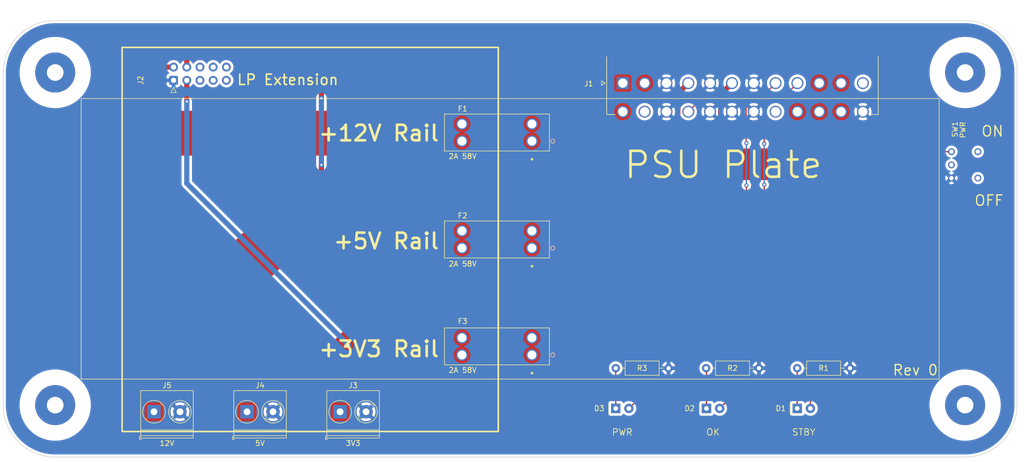
<source format=kicad_pcb>
(kicad_pcb (version 20211014) (generator pcbnew)
  (title_block (title "PSU Plate") (date "2022-12-23") (rev "0") (company "Microcode.io"))
  (layers (0 "F.Cu" signal) (31 "B.Cu" power) (34 "B.Paste" user) (35 "F.Paste" user) (36 "B.SilkS" user "B.Silkscreen") (37 "F.SilkS" user "F.Silkscreen") (38 "B.Mask" user) (39 "F.Mask" user) (44 "Edge.Cuts" user))
  (net 0 "")
  (net 1 "Net-(D1-Pad1)")
  (net 2 "Net-(D2-Pad1)")
  (net 3 "Net-(D3-Pad1)")
  (net 4 "+12V")
  (net 5 "+5V")
  (net 6 "+3.3V")
  (net 7 "GND")
  (net 16 "/5VSB")
  (net 17 "/PWR_OK")
  (net 18 "/5V")
  (net 19 "/12V")
  (net 20 "/3V3")
  (net 21 "/~{PS_ON}")
  (footprint "Connector_IDC:IDC-Header_2x05_P2.54mm_Horizontal" (layer "F.Cu") (at 85.09 67.2925 90)
    (fp_text reference "J2" (at 0 -6.35 90) (layer "F.SilkS"))
    (fp_text value "LP_EXT")
    (fp_line (start -2.35 0.5) (end -1.35 0) (layer "F.SilkS") (width 0.12))
    (fp_line (start -2.35 -0.5) (end -2.35 0.5) (layer "F.SilkS") (width 0.12))
    (fp_line (start -1.35 0) (end -2.35 -0.5) (layer "F.SilkS") (width 0.12))
    (pad "1" thru_hole roundrect locked (at 0 0 90) (size 1.7 1.7) (drill 1) (layers *.Cu *.Mask) (roundrect_rratio 0.1470588235) (net 7 "GND"))
    (pad "2" thru_hole circle locked (at 2.54 0 90) (size 1.7 1.7) (drill 1) (layers *.Cu *.Mask) (net 4 "+12V"))
    (pad "3" thru_hole circle locked (at 0 2.54 90) (size 1.7 1.7) (drill 1) (layers *.Cu *.Mask) (net 6 "+3.3V"))
    (pad "4" thru_hole circle locked (at 2.54 2.54 90) (size 1.7 1.7) (drill 1) (layers *.Cu *.Mask) (net 5 "+5V"))
    (pad "5" thru_hole circle locked (at 0 5.08 90) (size 1.7 1.7) (drill 1) (layers *.Cu *.Mask))
    (pad "6" thru_hole circle locked (at 2.54 5.08 90) (size 1.7 1.7) (drill 1) (layers *.Cu *.Mask))
    (pad "7" thru_hole circle locked (at 0 7.62 90) (size 1.7 1.7) (drill 1) (layers *.Cu *.Mask))
    (pad "8" thru_hole circle locked (at 2.54 7.62 90) (size 1.7 1.7) (drill 1) (layers *.Cu *.Mask))
    (pad "9" thru_hole circle locked (at 0 10.16 90) (size 1.7 1.7) (drill 1) (layers *.Cu *.Mask))
    (pad "10" thru_hole circle locked (at 2.54 10.16 90) (size 1.7 1.7) (drill 1) (layers *.Cu *.Mask))
  )
  (footprint "TerminalBlock_Phoenix:TerminalBlock_Phoenix_PT-1,5-2-5.0-H_1x02_P5.00mm_Horizontal" (layer "F.Cu") (at 81.32 131.072)
    (fp_text reference "J5" (at 2.5 -5.06) (layer "F.SilkS"))
    (fp_text value "12V" (at 2.5 6.06) (layer "F.SilkS"))
    (fp_line (start 1.654 -1.388) (end 1.547 -1.281) (layer "F.SilkS") (width 0.12))
    (fp_line (start -2.8 4.66) (end -2.8 5.3) (layer "F.SilkS") (width 0.12))
    (fp_line (start 3.993 1.274) (end 3.613 1.654) (layer "F.SilkS") (width 0.12))
    (fp_line (start -2.56 4.6) (end 7.56 4.6) (layer "F.SilkS") (width 0.12))
    (fp_line (start -1.548 1.281) (end -1.654 1.388) (layer "F.SilkS") (width 0.12))
    (fp_line (start -2.56 5.06) (end 7.56 5.06) (layer "F.SilkS") (width 0.12))
    (fp_line (start -2.56 -4.06) (end 7.56 -4.06) (layer "F.SilkS") (width 0.12))
    (fp_line (start -2.56 3.5) (end 7.56 3.5) (layer "F.SilkS") (width 0.12))
    (fp_line (start 6.388 -1.654) (end 6.008 -1.274) (layer "F.SilkS") (width 0.12))
    (fp_line (start 1.388 -1.654) (end 1.281 -1.547) (layer "F.SilkS") (width 0.12))
    (fp_line (start -2.56 -4.06) (end -2.56 5.06) (layer "F.SilkS") (width 0.12))
    (fp_line (start 6.654 -1.388) (end 6.259 -0.992) (layer "F.SilkS") (width 0.12))
    (fp_line (start -2.8 5.3) (end -2.4 5.3) (layer "F.SilkS") (width 0.12))
    (fp_line (start 3.742 0.992) (end 3.347 1.388) (layer "F.SilkS") (width 0.12))
    (fp_line (start 7.56 -4.06) (end 7.56 5.06) (layer "F.SilkS") (width 0.12))
    (fp_line (start -1.282 1.547) (end -1.388 1.654) (layer "F.SilkS") (width 0.12))
    (fp_circle (center 5 0) (end 7.18 0) (layer "F.SilkS") (width 0.12) (fill none))
    (fp_circle (center 0 0) (end 2.18 0) (layer "F.SilkS") (width 0.12) (fill none))
    (pad "1" thru_hole rect (at 0 0) (size 2.6 2.6) (drill 1.3) (layers *.Cu *.Mask) (net 4 "+12V"))
    (pad "2" thru_hole circle (at 5 0) (size 2.6 2.6) (drill 1.3) (layers *.Cu *.Mask) (net 7 "GND"))
  )
  (footprint "Resistor_THT:R_Axial_DIN0207_L6.3mm_D2.5mm_P10.16mm_Horizontal" (layer "F.Cu") (at 205.105 122.682)
    (fp_text reference "R1" (at 5.08 0) (layer "F.SilkS"))
    (fp_text value "90")
    (fp_line (start 1.04 0) (end 1.81 0) (layer "F.SilkS") (width 0.12))
    (fp_line (start 9.12 0) (end 8.35 0) (layer "F.SilkS") (width 0.12))
    (fp_line (start 8.35 1.37) (end 8.35 -1.37) (layer "F.SilkS") (width 0.12))
    (fp_line (start 1.81 -1.37) (end 1.81 1.37) (layer "F.SilkS") (width 0.12))
    (fp_line (start 8.35 -1.37) (end 1.81 -1.37) (layer "F.SilkS") (width 0.12))
    (fp_line (start 1.81 1.37) (end 8.35 1.37) (layer "F.SilkS") (width 0.12))
    (pad "1" thru_hole circle (at 0 0) (size 1.6 1.6) (drill 0.8) (layers *.Cu *.Mask) (net 1 "Net-(D1-Pad1)"))
    (pad "2" thru_hole oval (at 10.16 0) (size 1.6 1.6) (drill 0.8) (layers *.Cu *.Mask) (net 7 "GND"))
  )
  (footprint "LED_THT:LED_D5.0mm_FlatTop" (layer "F.Cu") (at 170.175 130.429)
    (fp_text reference "D3" (at -3.17 0) (layer "F.SilkS"))
    (fp_text value "PWR" (at 1.27 4.572) (layer "F.SilkS") (effects (font (size 1.25 1.25))))
    (fp_line (start -1.27 -1.27) (end -1.27 1.27) (layer "F.SilkS") (width 0.12))
    (pad "1" thru_hole rect (at 0 0) (size 1.8 1.8) (drill 0.9) (layers *.Cu *.Mask) (net 3 "Net-(D3-Pad1)"))
    (pad "2" thru_hole circle (at 2.54 0) (size 1.8 1.8) (drill 0.9) (layers *.Cu *.Mask) (net 18 "/5V"))
  )
  (footprint "LED_THT:LED_D5.0mm_FlatTop" (layer "F.Cu") (at 205.1 130.429)
    (fp_text reference "D1" (at -3.17 0) (layer "F.SilkS"))
    (fp_text value "STBY" (at 1.27 4.572) (layer "F.SilkS") (effects (font (size 1.25 1.25))))
    (fp_line (start -1.27 -1.27) (end -1.27 1.27) (layer "F.SilkS") (width 0.12))
    (pad "1" thru_hole rect (at 0 0) (size 1.8 1.8) (drill 0.9) (layers *.Cu *.Mask) (net 1 "Net-(D1-Pad1)"))
    (pad "2" thru_hole circle (at 2.54 0) (size 1.8 1.8) (drill 0.9) (layers *.Cu *.Mask) (net 16 "/5VSB"))
  )
  (footprint "ExtraParts:AS11CH" (layer "F.Cu") (at 234.7849 86.106 90)
    (fp_text reference "SW1" (at 9.398 0.6731 90) (layer "F.SilkS"))
    (fp_text value "PWR" (at 9.271 2.1971 90) (layer "F.SilkS"))
    (pad "1" thru_hole circle (at 0 0 90) (size 1.3208 1.3208) (drill 0.8128) (layers *.Cu *.Mask) (net 7 "GND"))
    (pad "2" thru_hole circle (at 2.54 0 90) (size 1.3208 1.3208) (drill 0.8128) (layers *.Cu *.Mask))
    (pad "3" thru_hole circle (at 5.08 0 90) (size 1.3208 1.3208) (drill 0.8128) (layers *.Cu *.Mask) (net 21 "/~{PS_ON}"))
    (pad "4" thru_hole circle (at 0 5.08 90) (size 1.3208 1.3208) (drill 0.8128) (layers *.Cu *.Mask))
    (pad "5" thru_hole circle (at 5.08 5.08 90) (size 1.3208 1.3208) (drill 0.8128) (layers *.Cu *.Mask))
  )
  (footprint "Resistor_THT:R_Axial_DIN0207_L6.3mm_D2.5mm_P10.16mm_Horizontal" (layer "F.Cu") (at 187.579 122.682)
    (fp_text reference "R2" (at 5.08 0) (layer "F.SilkS"))
    (fp_text value "90")
    (fp_line (start 8.35 1.37) (end 8.35 -1.37) (layer "F.SilkS") (width 0.12))
    (fp_line (start 1.04 0) (end 1.81 0) (layer "F.SilkS") (width 0.12))
    (fp_line (start 9.12 0) (end 8.35 0) (layer "F.SilkS") (width 0.12))
    (fp_line (start 8.35 -1.37) (end 1.81 -1.37) (layer "F.SilkS") (width 0.12))
    (fp_line (start 1.81 1.37) (end 8.35 1.37) (layer "F.SilkS") (width 0.12))
    (fp_line (start 1.81 -1.37) (end 1.81 1.37) (layer "F.SilkS") (width 0.12))
    (pad "1" thru_hole circle (at 0 0) (size 1.6 1.6) (drill 0.8) (layers *.Cu *.Mask) (net 2 "Net-(D2-Pad1)"))
    (pad "2" thru_hole oval (at 10.16 0) (size 1.6 1.6) (drill 0.8) (layers *.Cu *.Mask) (net 7 "GND"))
  )
  (footprint "Resistor_THT:R_Axial_DIN0207_L6.3mm_D2.5mm_P10.16mm_Horizontal" (layer "F.Cu") (at 170.18 122.682)
    (fp_text reference "R3" (at 5.08 0) (layer "F.SilkS"))
    (fp_text value "220")
    (fp_line (start 8.35 -1.37) (end 1.81 -1.37) (layer "F.SilkS") (width 0.12))
    (fp_line (start 1.04 0) (end 1.81 0) (layer "F.SilkS") (width 0.12))
    (fp_line (start 9.12 0) (end 8.35 0) (layer "F.SilkS") (width 0.12))
    (fp_line (start 1.81 1.37) (end 8.35 1.37) (layer "F.SilkS") (width 0.12))
    (fp_line (start 1.81 -1.37) (end 1.81 1.37) (layer "F.SilkS") (width 0.12))
    (fp_line (start 8.35 1.37) (end 8.35 -1.37) (layer "F.SilkS") (width 0.12))
    (pad "1" thru_hole circle (at 0 0) (size 1.6 1.6) (drill 0.8) (layers *.Cu *.Mask) (net 3 "Net-(D3-Pad1)"))
    (pad "2" thru_hole oval (at 10.16 0) (size 1.6 1.6) (drill 0.8) (layers *.Cu *.Mask) (net 7 "GND"))
  )
  (footprint "ExtraParts:3557-2" (layer "F.Cu") (at 154.051 120.142 180)
    (fp_text reference "F3" (at 13.335 6.477) (layer "F.SilkS"))
    (fp_text value "2A 58V" (at 13.335 -2.921) (layer "F.SilkS"))
    (fp_text user "*" (at 0 -3.81) (layer "F.SilkS"))
    (fp_circle (center -4.0005 0) (end -3.6195 0) (layer "B.SilkS") (width 0.12) (fill none))
    (fp_line (start 16.8275 -1.905) (end -3.3655 -1.905) (layer "F.SilkS") (width 0.12))
    (fp_line (start 16.8275 5.207) (end 16.8275 -1.905) (layer "F.SilkS") (width 0.12))
    (fp_line (start -3.3655 5.207) (end 16.8275 5.207) (layer "F.SilkS") (width 0.12))
    (fp_line (start -3.3655 -1.905) (end -3.3655 5.207) (layer "F.SilkS") (width 0.12))
    (fp_circle (center -4.0005 0) (end -3.6195 0) (layer "F.SilkS") (width 0.12) (fill none))
    (pad "1" thru_hole circle (at 0 0 180) (size 2.2352 2.2352) (drill 1.7272) (layers *.Cu *.Mask) (net 20 "/3V3"))
    (pad "2" thru_hole circle (at 0 3.302 180) (size 2.2352 2.2352) (drill 1.7272) (layers *.Cu *.Mask) (net 20 "/3V3"))
    (pad "3" thru_hole circle (at 13.462 0 180) (size 2.2352 2.2352) (drill 1.7272) (layers *.Cu *.Mask) (net 6 "+3.3V"))
    (pad "4" thru_hole circle (at 13.462 3.302 180) (size 2.2352 2.2352) (drill 1.7272) (layers *.Cu *.Mask) (net 6 "+3.3V"))
  )
  (footprint "ExtraParts:MOLEX_469911024" (layer "F.Cu") (at 171.539 67.83 180)
    (fp_text reference "J1" (at 6.566 -0.115) (layer "F.SilkS"))
    (fp_text value "ATX-24")
    (fp_line (start -49.15 -6.04) (end -47.6762 -6.04) (layer "F.SilkS") (width 0.127))
    (fp_line (start 3.1 -6.04) (end 1.4762 -6.04) (layer "F.SilkS") (width 0.127))
    (fp_line (start 3.397 0) (end 4.097 0.4) (layer "F.SilkS") (width 0.127))
    (fp_line (start 4.097 -0.4) (end 3.397 0) (layer "F.SilkS") (width 0.127))
    (fp_line (start -49.15 5.08) (end -49.15 -6.04) (layer "F.SilkS") (width 0.127))
    (fp_line (start 3.1 -6.04) (end 3.1 5.08) (layer "F.SilkS") (width 0.127))
    (fp_line (start 4.097 0.4) (end 4.097 -0.4) (layer "F.SilkS") (width 0.127))
    (pad "1" thru_hole rect locked (at 0 0 180) (size 2.3 2.3) (drill 1.8) (layers *.Cu) (net 20 "/3V3"))
    (pad "2" thru_hole circle locked (at -4.2 0 180) (size 2.3 2.3) (drill 1.8) (layers *.Cu) (net 20 "/3V3"))
    (pad "3" thru_hole circle locked (at -8.4 0 180) (size 2.3 2.3) (drill 1.8) (layers *.Cu) (net 7 "GND"))
    (pad "4" thru_hole circle locked (at -12.6 0 180) (size 2.3 2.3) (drill 1.8) (layers *.Cu) (net 18 "/5V"))
    (pad "5" thru_hole circle locked (at -16.8 0 180) (size 2.3 2.3) (drill 1.8) (layers *.Cu) (net 7 "GND"))
    (pad "6" thru_hole circle locked (at -21 0 180) (size 2.3 2.3) (drill 1.8) (layers *.Cu) (net 18 "/5V"))
    (pad "7" thru_hole circle locked (at -25.2 0 180) (size 2.3 2.3) (drill 1.8) (layers *.Cu) (net 7 "GND"))
    (pad "8" thru_hole circle locked (at -29.4 0 180) (size 2.3 2.3) (drill 1.8) (layers *.Cu) (net 17 "/PWR_OK"))
    (pad "9" thru_hole circle locked (at -33.6 0 180) (size 2.3 2.3) (drill 1.8) (layers *.Cu) (net 16 "/5VSB"))
    (pad "10" thru_hole circle locked (at -37.8 0 180) (size 2.3 2.3) (drill 1.8) (layers *.Cu) (net 19 "/12V"))
    (pad "11" thru_hole circle locked (at -42 0 180) (size 2.3 2.3) (drill 1.8) (layers *.Cu) (net 19 "/12V"))
    (pad "12" thru_hole circle locked (at -46.2 0 180) (size 2.3 2.3) (drill 1.8) (layers *.Cu))
    (pad "13" thru_hole circle locked (at 0 -5.5 180) (size 2.3 2.3) (drill 1.8) (layers *.Cu) (net 20 "/3V3"))
    (pad "14" thru_hole circle locked (at -4.2 -5.5 180) (size 2.3 2.3) (drill 1.8) (layers *.Cu))
    (pad "15" thru_hole circle locked (at -8.4 -5.5 180) (size 2.3 2.3) (drill 1.8) (layers *.Cu) (net 7 "GND"))
    (pad "16" thru_hole circle locked (at -12.6 -5.5 180) (size 2.3 2.3) (drill 1.8) (layers *.Cu) (net 21 "/~{PS_ON}"))
    (pad "17" thru_hole circle locked (at -16.8 -5.5 180) (size 2.3 2.3) (drill 1.8) (layers *.Cu) (net 7 "GND"))
    (pad "18" thru_hole circle locked (at -21 -5.5 180) (size 2.3 2.3) (drill 1.8) (layers *.Cu) (net 7 "GND"))
    (pad "19" thru_hole circle locked (at -25.2 -5.5 180) (size 2.3 2.3) (drill 1.8) (layers *.Cu) (net 7 "GND"))
    (pad "20" thru_hole circle locked (at -29.4 -5.5 180) (size 2.3 2.3) (drill 1.8) (layers *.Cu))
    (pad "21" thru_hole circle locked (at -33.6 -5.5 180) (size 2.3 2.3) (drill 1.8) (layers *.Cu) (net 18 "/5V"))
    (pad "22" thru_hole circle locked (at -37.8 -5.5 180) (size 2.3 2.3) (drill 1.8) (layers *.Cu) (net 18 "/5V"))
    (pad "23" thru_hole circle locked (at -42 -5.5 180) (size 2.3 2.3) (drill 1.8) (layers *.Cu) (net 18 "/5V"))
    (pad "24" thru_hole circle locked (at -46.2 -5.5 180) (size 2.3 2.3) (drill 1.8) (layers *.Cu) (net 7 "GND"))
  )
  (footprint "ExtraParts:3557-2" (layer "F.Cu") (at 154.051 78.994 180)
    (fp_text reference "F1" (at 13.335 6.223) (layer "F.SilkS"))
    (fp_text value "2A 58V" (at 13.335 -2.921) (layer "F.SilkS"))
    (fp_text user "*" (at 0 -3.81) (layer "F.SilkS"))
    (fp_circle (center -4.0005 0) (end -3.6195 0) (layer "B.SilkS") (width 0.12) (fill none))
    (fp_line (start -3.3655 5.207) (end 16.8275 5.207) (layer "F.SilkS") (width 0.12))
    (fp_line (start 16.8275 -1.905) (end -3.3655 -1.905) (layer "F.SilkS") (width 0.12))
    (fp_line (start -3.3655 -1.905) (end -3.3655 5.207) (layer "F.SilkS") (width 0.12))
    (fp_line (start 16.8275 5.207) (end 16.8275 -1.905) (layer "F.SilkS") (width 0.12))
    (fp_circle (center -4.0005 0) (end -3.6195 0) (layer "F.SilkS") (width 0.12) (fill none))
    (pad "1" thru_hole circle (at 0 0 180) (size 2.2352 2.2352) (drill 1.7272) (layers *.Cu *.Mask) (net 19 "/12V"))
    (pad "2" thru_hole circle (at 0 3.302 180) (size 2.2352 2.2352) (drill 1.7272) (layers *.Cu *.Mask) (net 19 "/12V"))
    (pad "3" thru_hole circle (at 13.462 0 180) (size 2.2352 2.2352) (drill 1.7272) (layers *.Cu *.Mask) (net 4 "+12V"))
    (pad "4" thru_hole circle (at 13.462 3.302 180) (size 2.2352 2.2352) (drill 1.7272) (layers *.Cu *.Mask) (net 4 "+12V"))
  )
  (footprint "CustomFootprintLibrary:Breadboard_Busx02_Terminalx01_Tiesx830_WithMounts" (layer "F.Cu") (at 149.86 97.79)
    (fp_text reference "PLT1" hide)
    (fp_text value "BasePlate")
    (fp_rect (start -82.55 -27) (end 82.55 27) (layer "F.SilkS") (width 0.12) (fill none))
    (fp_poly (pts (arc (start 87.55 42) (mid 94.621068 39.071068) (end 97.55 32)) (arc (start 97.55 -32) (mid 94.621068 -39.071068) (end 87.55 -42)) (arc (start -87.55 -42) (mid -94.621068 -39.071068) (end -97.55 -32)) (arc (start -97.55 32) (mid -94.621068 39.071068) (end -87.55 42))) (layer "Edge.Cuts") (width 0.12) (fill none))
    (pad "" np_thru_hole circle locked (at 87.55 -32) (size 7.7 7.7) (drill 3.2) (layers F&B.Cu *.Mask) (clearance 3))
    (pad "" np_thru_hole circle locked (at 87.55 32 270) (size 7.7 7.7) (drill 3.2) (layers F&B.Cu *.Mask) (clearance 3))
    (pad "" np_thru_hole circle locked (at -87.55 32 180) (size 7.7 7.7) (drill 3.2) (layers F&B.Cu *.Mask) (clearance 3))
    (pad "" np_thru_hole circle locked (at -87.55 -32 90) (size 7.7 7.7) (drill 3.2) (layers F&B.Cu *.Mask) (clearance 3))
  )
  (footprint "ExtraParts:3557-2" (layer "F.Cu") (at 154.051 99.568 180)
    (fp_text reference "F2" (at 13.335 6.223) (layer "F.SilkS"))
    (fp_text value "2A 58V" (at 13.335 -3.048) (layer "F.SilkS"))
    (fp_text user "*" (at 0 -3.81) (layer "F.SilkS"))
    (fp_circle (center -4.0005 0) (end -3.6195 0) (layer "B.SilkS") (width 0.12) (fill none))
    (fp_line (start 16.8275 -1.905) (end -3.3655 -1.905) (layer "F.SilkS") (width 0.12))
    (fp_line (start 16.8275 5.207) (end 16.8275 -1.905) (layer "F.SilkS") (width 0.12))
    (fp_line (start -3.3655 -1.905) (end -3.3655 5.207) (layer "F.SilkS") (width 0.12))
    (fp_line (start -3.3655 5.207) (end 16.8275 5.207) (layer "F.SilkS") (width 0.12))
    (fp_circle (center -4.0005 0) (end -3.6195 0) (layer "F.SilkS") (width 0.12) (fill none))
    (pad "1" thru_hole circle (at 0 0 180) (size 2.2352 2.2352) (drill 1.7272) (layers *.Cu *.Mask) (net 18 "/5V"))
    (pad "2" thru_hole circle (at 0 3.302 180) (size 2.2352 2.2352) (drill 1.7272) (layers *.Cu *.Mask) (net 18 "/5V"))
    (pad "3" thru_hole circle (at 13.462 0 180) (size 2.2352 2.2352) (drill 1.7272) (layers *.Cu *.Mask) (net 5 "+5V"))
    (pad "4" thru_hole circle (at 13.462 3.302 180) (size 2.2352 2.2352) (drill 1.7272) (layers *.Cu *.Mask) (net 5 "+5V"))
  )
  (footprint "TerminalBlock_Phoenix:TerminalBlock_Phoenix_PT-1,5-2-5.0-H_1x02_P5.00mm_Horizontal" (layer "F.Cu") (at 99.227 131.072)
    (fp_text reference "J4" (at 2.5 -5.06) (layer "F.SilkS"))
    (fp_text value "5V" (at 2.5 6.06) (layer "F.SilkS"))
    (fp_line (start -2.8 4.66) (end -2.8 5.3) (layer "F.SilkS") (width 0.12))
    (fp_line (start -2.56 4.6) (end 7.56 4.6) (layer "F.SilkS") (width 0.12))
    (fp_line (start 1.654 -1.388) (end 1.547 -1.281) (layer "F.SilkS") (width 0.12))
    (fp_line (start -2.56 3.5) (end 7.56 3.5) (layer "F.SilkS") (width 0.12))
    (fp_line (start -1.282 1.547) (end -1.388 1.654) (layer "F.SilkS") (width 0.12))
    (fp_line (start 6.388 -1.654) (end 6.008 -1.274) (layer "F.SilkS") (width 0.12))
    (fp_line (start 3.993 1.274) (end 3.613 1.654) (layer "F.SilkS") (width 0.12))
    (fp_line (start -2.56 -4.06) (end 7.56 -4.06) (layer "F.SilkS") (width 0.12))
    (fp_line (start 1.388 -1.654) (end 1.281 -1.547) (layer "F.SilkS") (width 0.12))
    (fp_line (start 7.56 -4.06) (end 7.56 5.06) (layer "F.SilkS") (width 0.12))
    (fp_line (start -2.56 -4.06) (end -2.56 5.06) (layer "F.SilkS") (width 0.12))
    (fp_line (start -2.8 5.3) (end -2.4 5.3) (layer "F.SilkS") (width 0.12))
    (fp_line (start -2.56 5.06) (end 7.56 5.06) (layer "F.SilkS") (width 0.12))
    (fp_line (start 3.742 0.992) (end 3.347 1.388) (layer "F.SilkS") (width 0.12))
    (fp_line (start 6.654 -1.388) (end 6.259 -0.992) (layer "F.SilkS") (width 0.12))
    (fp_line (start -1.548 1.281) (end -1.654 1.388) (layer "F.SilkS") (width 0.12))
    (fp_circle (center 5 0) (end 7.18 0) (layer "F.SilkS") (width 0.12) (fill none))
    (fp_circle (center 0 0) (end 2.18 0) (layer "F.SilkS") (width 0.12) (fill none))
    (pad "1" thru_hole rect (at 0 0) (size 2.6 2.6) (drill 1.3) (layers *.Cu *.Mask) (net 5 "+5V"))
    (pad "2" thru_hole circle (at 5 0) (size 2.6 2.6) (drill 1.3) (layers *.Cu *.Mask) (net 7 "GND"))
  )
  (footprint "TerminalBlock_Phoenix:TerminalBlock_Phoenix_PT-1,5-2-5.0-H_1x02_P5.00mm_Horizontal" (layer "F.Cu") (at 117.134 131.072)
    (fp_text reference "J3" (at 2.5 -5.06) (layer "F.SilkS"))
    (fp_text value "3V3" (at 2.5 6.06) (layer "F.SilkS"))
    (fp_line (start -2.56 -4.06) (end 7.56 -4.06) (layer "F.SilkS") (width 0.12))
    (fp_line (start 7.56 -4.06) (end 7.56 5.06) (layer "F.SilkS") (width 0.12))
    (fp_line (start -1.548 1.281) (end -1.654 1.388) (layer "F.SilkS") (width 0.12))
    (fp_line (start 6.388 -1.654) (end 6.008 -1.274) (layer "F.SilkS") (width 0.12))
    (fp_line (start -2.56 -4.06) (end -2.56 5.06) (layer "F.SilkS") (width 0.12))
    (fp_line (start 3.742 0.992) (end 3.347 1.388) (layer "F.SilkS") (width 0.12))
    (fp_line (start -2.8 4.66) (end -2.8 5.3) (layer "F.SilkS") (width 0.12))
    (fp_line (start -2.56 3.5) (end 7.56 3.5) (layer "F.SilkS") (width 0.12))
    (fp_line (start 6.654 -1.388) (end 6.259 -0.992) (layer "F.SilkS") (width 0.12))
    (fp_line (start -2.8 5.3) (end -2.4 5.3) (layer "F.SilkS") (width 0.12))
    (fp_line (start 3.993 1.274) (end 3.613 1.654) (layer "F.SilkS") (width 0.12))
    (fp_line (start 1.388 -1.654) (end 1.281 -1.547) (layer "F.SilkS") (width 0.12))
    (fp_line (start -2.56 5.06) (end 7.56 5.06) (layer "F.SilkS") (width 0.12))
    (fp_line (start 1.654 -1.388) (end 1.547 -1.281) (layer "F.SilkS") (width 0.12))
    (fp_line (start -1.282 1.547) (end -1.388 1.654) (layer "F.SilkS") (width 0.12))
    (fp_line (start -2.56 4.6) (end 7.56 4.6) (layer "F.SilkS") (width 0.12))
    (fp_circle (center 5 0) (end 7.18 0) (layer "F.SilkS") (width 0.12) (fill none))
    (fp_circle (center 0 0) (end 2.18 0) (layer "F.SilkS") (width 0.12) (fill none))
    (pad "1" thru_hole rect (at 0 0) (size 2.6 2.6) (drill 1.3) (layers *.Cu *.Mask) (net 6 "+3.3V"))
    (pad "2" thru_hole circle (at 5 0) (size 2.6 2.6) (drill 1.3) (layers *.Cu *.Mask) (net 7 "GND"))
  )
  (footprint "LED_THT:LED_D5.0mm_FlatTop" (layer "F.Cu") (at 187.6375 130.429)
    (fp_text reference "D2" (at -3.2335 0) (layer "F.SilkS"))
    (fp_text value "OK" (at 1.27 4.572) (layer "F.SilkS") (effects (font (size 1.25 1.25))))
    (fp_line (start -1.27 -1.27) (end -1.27 1.27) (layer "F.SilkS") (width 0.12))
    (pad "1" thru_hole rect (at 0 0) (size 1.8 1.8) (drill 0.9) (layers *.Cu *.Mask) (net 2 "Net-(D2-Pad1)"))
    (pad "2" thru_hole circle (at 2.54 0) (size 1.8 1.8) (drill 0.9) (layers *.Cu *.Mask) (net 17 "/PWR_OK"))
  )
  (gr_rect (start 147.574 134.874) (end 75.184 60.96) (layer "F.SilkS") (width 0.3) (fill none))
  (gr_text "OFF" (at 239.077666 90.424) (layer "F.SilkS") (effects (font (size 2 2) (thickness 0.25)) (justify left)))
  (gr_text "PSU Plate" (at 190.881 83.566) (layer "F.SilkS") (effects (font (size 5 5) (thickness 0.5))))
  (gr_text "+3V3 Rail" (at 124.587 118.999) (layer "F.SilkS") (effects (font (size 3 3) (thickness 0.5))))
  (gr_text "+5V Rail" (at 126.015571 98.2345) (layer "F.SilkS") (effects (font (size 3 3) (thickness 0.5))))
  (gr_text "LP Extension" (at 107.061 67.183) (layer "F.SilkS") (effects (font (size 2 2) (thickness 0.3))))
  (gr_text "+12V Rail" (at 124.587 77.47) (layer "F.SilkS") (effects (font (size 3 3) (thickness 0.5))))
  (gr_text "Rev 0" (at 227.838 123.063) (layer "F.SilkS") (effects (font (size 2 2) (thickness 0.25))))
  (gr_text "ON" (at 240.411 77.089) (layer "F.SilkS") (effects (font (size 2 2) (thickness 0.25)) (justify left)))
  (segment (start 205.105 130.424) (end 205.1 130.429) (width 0.25) (layer "F.Cu") (net 1))
  (segment (start 205.105 122.682) (end 205.105 130.424) (width 0.25) (layer "F.Cu") (net 1))
  (segment (start 187.6375 130.429) (end 187.6375 122.7405) (width 0.25) (layer "F.Cu") (net 2))
  (segment (start 187.6375 122.7405) (end 187.579 122.682) (width 0.25) (layer "F.Cu") (net 2))
  (segment (start 170.18 122.682) (end 170.18 130.424) (width 0.25) (layer "F.Cu") (net 3))
  (segment (start 170.18 130.424) (end 170.175 130.429) (width 0.25) (layer "F.Cu") (net 3))
  (segment (start 82.804 64.77) (end 81.28 66.294) (width 1) (layer "F.Cu") (net 4))
  (segment (start 81.28 66.294) (end 81.28 78.867) (width 1) (layer "F.Cu") (net 4))
  (segment (start 82.8215 64.7525) (end 82.804 64.77) (width 1) (layer "F.Cu") (net 4))
  (segment (start 85.09 64.7525) (end 82.8215 64.7525) (width 1) (layer "F.Cu") (net 4))
  (segment (start 113.538 63.5) (end 113.538 70.739) (width 1) (layer "F.Cu") (net 5))
  (segment (start 113.411 63.373) (end 113.538 63.5) (width 1) (layer "F.Cu") (net 5))
  (segment (start 88.9 61.849) (end 111.887 61.849) (width 1) (layer "F.Cu") (net 5))
  (segment (start 87.63 63.119) (end 88.9 61.849) (width 1) (layer "F.Cu") (net 5))
  (segment (start 111.887 61.849) (end 113.411 63.373) (width 1) (layer "F.Cu") (net 5))
  (segment (start 113.538 83.566) (end 113.538 96.647) (width 1) (layer "F.Cu") (net 5))
  (segment (start 87.63 64.7525) (end 87.63 63.119) (width 1) (layer "F.Cu") (net 5))
  (via (at 113.538 70.739) (size 0.8) (drill 0.4) (layers "F.Cu" "B.Cu") (net 5))
  (via (at 113.538 83.566) (size 0.8) (drill 0.4) (layers "F.Cu" "B.Cu") (net 5))
  (segment (start 113.538 70.739) (end 113.538 83.566) (width 1) (layer "B.Cu") (net 5))
  (segment (start 87.63 67.2925) (end 87.63 71.374) (width 1) (layer "F.Cu") (net 6))
  (via (at 118.745 118.237) (size 0.8) (drill 0.4) (layers "F.Cu" "B.Cu") (net 6))
  (via (at 87.63 71.374) (size 0.8) (drill 0.4) (layers "F.Cu" "B.Cu") (net 6))
  (segment (start 87.63 71.374) (end 87.63 87.122) (width 1) (layer "B.Cu") (net 6))
  (segment (start 87.63 87.122) (end 118.745 118.237) (width 1) (layer "B.Cu") (net 6))
  (segment (start 202.103 70.866) (end 199.644 70.866) (width 0.25) (layer "F.Cu") (net 16))
  (segment (start 206.248 118.745) (end 207.64 120.137) (width 0.25) (layer "F.Cu") (net 16))
  (segment (start 198.755 117.729) (end 199.771 118.745) (width 0.25) (layer "F.Cu") (net 16))
  (segment (start 199.771 118.745) (end 206.248 118.745) (width 0.25) (layer "F.Cu") (net 16))
  (segment (start 205.139 67.83) (end 202.103 70.866) (width 0.25) (layer "F.Cu") (net 16))
  (segment (start 199.644 70.866) (end 198.755 71.755) (width 0.25) (layer "F.Cu") (net 16))
  (segment (start 198.755 87.376) (end 198.755 117.729) (width 0.25) (layer "F.Cu") (net 16))
  (segment (start 198.755 71.755) (end 198.755 79.756) (width 0.25) (layer "F.Cu") (net 16))
  (segment (start 207.64 120.137) (end 207.64 130.429) (width 0.25) (layer "F.Cu") (net 16))
  (via (at 198.755 79.502) (size 0.8) (drill 0.4) (layers "F.Cu" "B.Cu") (net 16))
  (via (at 198.755 87.376) (size 0.8) (drill 0.4) (layers "F.Cu" "B.Cu") (net 16))
  (segment (start 198.755 79.756) (end 198.755 87.376) (width 0.25) (layer "B.Cu") (net 16))
  (segment (start 195.326 125.2805) (end 190.1775 130.429) (width 0.25) (layer "F.Cu") (net 17))
  (segment (start 198.03 70.739) (end 195.326 70.739) (width 0.25) (layer "F.Cu") (net 17))
  (segment (start 200.939 67.83) (end 198.03 70.739) (width 0.25) (layer "F.Cu") (net 17))
  (segment (start 195.326 70.739) (end 195.264 70.801) (width 0.25) (layer "F.Cu") (net 17))
  (segment (start 195.264 70.801) (end 195.264 79.567) (width 0.25) (layer "F.Cu") (net 17))
  (segment (start 195.326 87.503) (end 195.326 125.2805) (width 0.25) (layer "F.Cu") (net 17))
  (via (at 195.326 79.375) (size 0.8) (drill 0.4) (layers "F.Cu" "B.Cu") (net 17))
  (via (at 195.326 87.503) (size 0.8) (drill 0.4) (layers "F.Cu" "B.Cu") (net 17))
  (segment (start 195.326 79.629) (end 195.326 87.503) (width 0.25) (layer "B.Cu") (net 17))
  (segment (start 174.371 105.029) (end 168.91 99.568) (width 0.25) (layer "F.Cu") (net 18))
  (segment (start 172.715 130.429) (end 174.371 128.773) (width 0.25) (layer "F.Cu") (net 18))
  (segment (start 184.139 67.83) (end 182.118 69.851) (width 1) (layer "F.Cu") (net 18))
  (segment (start 174.371 128.773) (end 174.371 105.029) (width 0.25) (layer "F.Cu") (net 18))
  (segment (start 182.118 69.851) (end 182.118 81.534) (width 1) (layer "F.Cu") (net 18))
  (segment (start 192.539 67.83) (end 190.373 69.996) (width 1) (layer "F.Cu") (net 18))
  (segment (start 190.373 69.996) (end 190.373 81.28) (width 1) (layer "F.Cu") (net 18))
  (segment (start 168.91 99.568) (end 154.051 99.568) (width 0.25) (layer "F.Cu") (net 18))
  (segment (start 207.01 66.421) (end 207.01 69.977) (width 0.25) (layer "F.Cu") (net 21))
  (segment (start 186.182 71.287) (end 186.182 65.151) (width 0.25) (layer "F.Cu") (net 21))
  (segment (start 207.01 69.977) (end 207.85455 70.82155) (width 0.25) (layer "F.Cu") (net 21))
  (segment (start 232.2449 81.026) (end 222.04045 70.82155) (width 0.25) (layer "F.Cu") (net 21))
  (segment (start 234.7849 81.026) (end 232.2449 81.026) (width 0.25) (layer "F.Cu") (net 21))
  (segment (start 207.85455 70.82155) (end 222.04045 70.82155) (width 0.25) (layer "F.Cu") (net 21))
  (segment (start 184.139 73.33) (end 186.182 71.287) (width 0.25) (layer "F.Cu") (net 21))
  (segment (start 186.182 65.151) (end 205.74 65.151) (width 0.25) (layer "F.Cu") (net 21))
  (segment (start 205.74 65.151) (end 207.01 66.421) (width 0.25) (layer "F.Cu") (net 21))
  (zone (net 5) (net_name "+5V") (layer "F.Cu") (name "5VF") (connect_pads yes (clearance 0.508)) (min_thickness 0.254) (fill yes (thermal_gap 0.508) (thermal_bridge_width 0.75) (smoothing fillet) (radius 1))
    (polygon (pts (xy 142.875 102.235) (xy 106.807 102.235) (xy 101.727 107.315) (xy 101.727 135.001) (xy 96.52 135.001) (xy 96.52 98.552) (xy 101.727 93.345) (xy 142.875 93.345)))
  )
  (zone (net 18) (net_name "/5V") (layer "F.Cu") (name "5V") (connect_pads yes (clearance 0.508)) (min_thickness 0.254) (fill yes (thermal_gap 0.508) (thermal_bridge_width 0.75) (smoothing fillet) (radius 1))
    (polygon (pts (xy 215.646 78.359) (xy 207.518 86.487) (xy 183.261 86.487) (xy 166.878 102.87) (xy 151.892 102.87) (xy 151.892 93.472) (xy 165.354 93.472) (xy 178.435 80.391) (xy 201.041 80.391) (xy 203.073 78.359) (xy 203.073 71.374) (xy 215.646 71.374)))
  )
  (zone (net 20) (net_name "/3V3") (layer "F.Cu") (name "3V3") (connect_pads yes (clearance 0.508)) (min_thickness 0.254) (fill yes (thermal_gap 0.508) (thermal_bridge_width 0.75) (smoothing fillet) (radius 1))
    (polygon (pts (xy 177.8 70.485) (xy 175.006 70.485) (xy 173.736 71.755) (xy 173.736 76.2) (xy 173.736 76.327) (xy 173.736 81.026) (xy 164.084 90.551) (xy 150.495 90.551) (xy 150.495 104.775) (xy 157.607 110.998) (xy 157.607 123.063) (xy 151.257 123.063) (xy 151.257 112.649) (xy 144.145 106.68) (xy 144.145 85.344) (xy 160.147 85.344) (xy 169.291 76.2) (xy 169.291 64.77) (xy 177.8 64.77)))
  )
  (zone (net 4) (net_name "+12V") (layer "F.Cu") (name "12VF") (connect_pads yes (clearance 0.508)) (min_thickness 0.254) (fill yes (thermal_gap 0.508) (thermal_bridge_width 0.75) (smoothing fillet) (radius 1))
    (polygon (pts (xy 142.875 81.788) (xy 86.741 81.788) (xy 83.82 84.709) (xy 83.82 135.128) (xy 76.454 135.128) (xy 76.454 76.454) (xy 79.756 73.152) (xy 142.875 73.152)))
  )
  (zone (net 6) (net_name "+3.3V") (layer "F.Cu") (name "3VF") (connect_pads yes (clearance 0.508)) (min_thickness 0.254) (fill yes (thermal_gap 0.508) (thermal_bridge_width 0.75) (smoothing fillet) (radius 1))
    (polygon (pts (xy 144.78 124.46) (xy 123.825 124.46) (xy 119.634 128.651) (xy 119.634 135.001) (xy 114.3 135.001) (xy 114.3 118.999) (xy 119.253 114.046) (xy 144.78 114.046)))
  )
  (zone (net 19) (net_name "/12V") (layer "F.Cu") (name "12V") (connect_pads yes (clearance 0.508)) (min_thickness 0.254) (fill yes (thermal_gap 0.508) (thermal_bridge_width 0.75) (smoothing fillet) (radius 1))
    (polygon (pts (xy 215.9 60.579) (xy 215.9 70.104) (xy 207.391 70.104) (xy 207.391 64.643) (xy 205.613 62.865) (xy 158.496 62.865) (xy 156.718 64.643) (xy 156.718 82.55) (xy 151.257 82.55) (xy 151.257 60.96) (xy 153.797 58.42) (xy 213.741 58.42)))
  )
  (zone (net 7) (net_name "GND") (layer "B.Cu") (name "Ground") (connect_pads (clearance 0.508)) (min_thickness 0.254) (fill yes (thermal_gap 0.508) (thermal_bridge_width 0.75) (smoothing fillet) (radius 1))
    (polygon (pts (xy 240.792 55.753) (xy 243.459 57.023) (xy 246.38 59.817) (xy 247.777 63.119) (xy 248.412 131.445) (xy 246.634 135.636) (xy 244.221 138.43) (xy 240.03 140.208) (xy 60.579 140.716) (xy 57.785 139.954) (xy 53.594 136.779) (xy 51.9176 131.0132) (xy 51.816 130.556) (xy 51.689 130.048) (xy 51.689 129.159) (xy 51.816 64.135) (xy 52.07 61.849) (xy 53.467 59.436) (xy 55.118 57.531) (xy 57.658 56.134) (xy 61.087 55.118) (xy 238.887 55.118)))
  )
)
</source>
